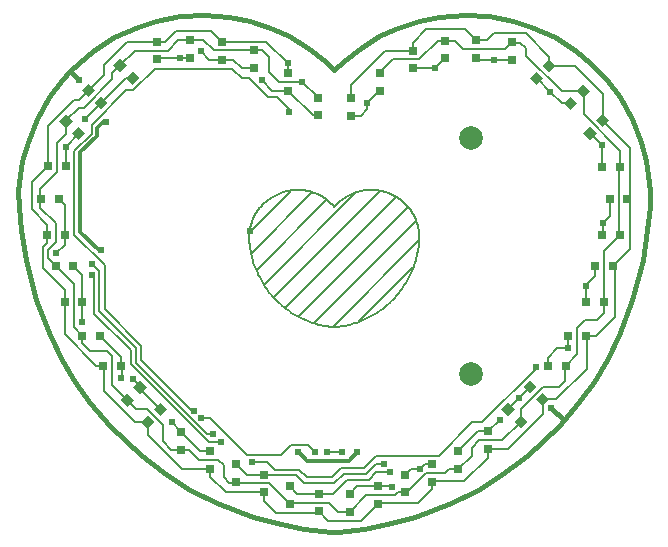
<source format=gbr>
G04 EAGLE Gerber RS-274X export*
G75*
%MOMM*%
%FSLAX34Y34*%
%LPD*%
%AMOC8*
5,1,8,0,0,1.08239X$1,22.5*%
G01*
%ADD10R,0.800000X0.800000*%
%ADD11R,0.800000X0.800000*%
%ADD12C,0.200000*%
%ADD13R,0.200000X0.200000*%
%ADD14C,2.000000*%
%ADD15C,0.609600*%
%ADD16C,0.304800*%
%ADD17C,0.406400*%


D10*
X38450Y54250D03*
X38450Y39250D03*
X93900Y81750D03*
X93900Y66750D03*
X150600Y80500D03*
X150600Y65500D03*
D11*
G36*
X210818Y33374D02*
X205162Y39030D01*
X210818Y44686D01*
X216474Y39030D01*
X210818Y33374D01*
G37*
G36*
X200212Y22768D02*
X194556Y28424D01*
X200212Y34080D01*
X205868Y28424D01*
X200212Y22768D01*
G37*
D10*
X242100Y-25100D03*
X227100Y-25100D03*
X242100Y-83050D03*
X227100Y-83050D03*
X228350Y-139750D03*
X213350Y-139750D03*
X195850Y-193950D03*
X180850Y-193950D03*
D11*
G36*
X152073Y-240846D02*
X157729Y-235190D01*
X163385Y-240846D01*
X157729Y-246502D01*
X152073Y-240846D01*
G37*
G36*
X141467Y-230240D02*
X147123Y-224584D01*
X152779Y-230240D01*
X147123Y-235896D01*
X141467Y-230240D01*
G37*
D10*
X105150Y-280850D03*
X105150Y-265850D03*
X59700Y-300850D03*
X59700Y-285850D03*
X13000Y-317100D03*
X13000Y-302100D03*
X-37450Y-310850D03*
X-37450Y-295850D03*
X-82900Y-292100D03*
X-82900Y-277100D03*
X-129600Y-264600D03*
X-129600Y-249600D03*
D11*
G36*
X-175208Y-216910D02*
X-169552Y-222566D01*
X-175208Y-228222D01*
X-180864Y-222566D01*
X-175208Y-216910D01*
G37*
G36*
X-164602Y-206304D02*
X-158946Y-211960D01*
X-164602Y-217616D01*
X-170258Y-211960D01*
X-164602Y-206304D01*
G37*
D10*
X-213300Y-168200D03*
X-198300Y-168200D03*
X-235800Y-109000D03*
X-220800Y-109000D03*
X-248300Y-52300D03*
X-233300Y-52300D03*
D11*
G36*
X-221370Y13676D02*
X-227026Y8020D01*
X-232682Y13676D01*
X-227026Y19332D01*
X-221370Y13676D01*
G37*
G36*
X-210764Y3070D02*
X-216420Y-2586D01*
X-222076Y3070D01*
X-216420Y8726D01*
X-210764Y3070D01*
G37*
G36*
X-175685Y60610D02*
X-181341Y54954D01*
X-186997Y60610D01*
X-181341Y66266D01*
X-175685Y60610D01*
G37*
G36*
X-165079Y50004D02*
X-170735Y44348D01*
X-176391Y50004D01*
X-170735Y55660D01*
X-165079Y50004D01*
G37*
D10*
X-122200Y82050D03*
X-122200Y67050D03*
X-68000Y73300D03*
X-68000Y58300D03*
X-13800Y33300D03*
X-13800Y18300D03*
X13850Y33250D03*
X13850Y18250D03*
X66800Y73250D03*
X66800Y58250D03*
X119750Y82000D03*
X119750Y67000D03*
D11*
G36*
X181858Y54669D02*
X176202Y60325D01*
X181858Y65981D01*
X187514Y60325D01*
X181858Y54669D01*
G37*
G36*
X171252Y44063D02*
X165596Y49719D01*
X171252Y55375D01*
X176908Y49719D01*
X171252Y44063D01*
G37*
G36*
X227025Y8467D02*
X221369Y14123D01*
X227025Y19779D01*
X232681Y14123D01*
X227025Y8467D01*
G37*
G36*
X216419Y-2139D02*
X210763Y3517D01*
X216419Y9173D01*
X222075Y3517D01*
X216419Y-2139D01*
G37*
D10*
X248250Y-52350D03*
X233250Y-52350D03*
X235750Y-109050D03*
X220750Y-109050D03*
X213250Y-168250D03*
X198250Y-168250D03*
D11*
G36*
X170730Y-222048D02*
X176386Y-216392D01*
X182042Y-222048D01*
X176386Y-227704D01*
X170730Y-222048D01*
G37*
G36*
X160124Y-211442D02*
X165780Y-205786D01*
X171436Y-211442D01*
X165780Y-217098D01*
X160124Y-211442D01*
G37*
D10*
X129813Y-264285D03*
X129813Y-249285D03*
X82900Y-292000D03*
X82900Y-277000D03*
X37400Y-310700D03*
X37400Y-295700D03*
X-13050Y-316950D03*
X-13050Y-301950D03*
X-59750Y-300700D03*
X-59750Y-285700D03*
X-105200Y-280700D03*
X-105200Y-265700D03*
D11*
G36*
X-157874Y-235567D02*
X-152218Y-241223D01*
X-157874Y-246879D01*
X-163530Y-241223D01*
X-157874Y-235567D01*
G37*
G36*
X-147268Y-224961D02*
X-141612Y-230617D01*
X-147268Y-236273D01*
X-152924Y-230617D01*
X-147268Y-224961D01*
G37*
D10*
X-195700Y-193900D03*
X-180700Y-193900D03*
X-228200Y-139700D03*
X-213200Y-139700D03*
X-243200Y-83000D03*
X-228200Y-83000D03*
X-242468Y-24534D03*
X-227468Y-24534D03*
D11*
G36*
X-202360Y39616D02*
X-208016Y33960D01*
X-213672Y39616D01*
X-208016Y45272D01*
X-202360Y39616D01*
G37*
G36*
X-191754Y29010D02*
X-197410Y23354D01*
X-203066Y29010D01*
X-197410Y34666D01*
X-191754Y29010D01*
G37*
D10*
X-150400Y80700D03*
X-150400Y65700D03*
X-94900Y80650D03*
X-94900Y65650D03*
X-39450Y54400D03*
X-39450Y39400D03*
D12*
X1Y-59200D02*
X-649Y-58448D01*
X-1317Y-57712D01*
X-2003Y-56993D01*
X-2706Y-56290D01*
X-3426Y-55605D01*
X-4163Y-54937D01*
X-4915Y-54288D01*
X-5683Y-53657D01*
X-6467Y-53045D01*
X-7264Y-52453D01*
X-8076Y-51879D01*
X-8902Y-51326D01*
X-9741Y-50793D01*
X-10593Y-50281D01*
X-11457Y-49789D01*
X-12332Y-49319D01*
X-13219Y-48870D01*
X-14116Y-48443D01*
X-15024Y-48038D01*
X-15941Y-47655D01*
X-16867Y-47294D01*
X-17802Y-46956D01*
X-18745Y-46641D01*
X-19695Y-46349D01*
X-20651Y-46080D01*
X-21615Y-45835D01*
X-22583Y-45613D01*
X-23557Y-45414D01*
X-24536Y-45240D01*
X-25518Y-45089D01*
X-26504Y-44962D01*
X-27493Y-44860D01*
X-28483Y-44781D01*
X-29476Y-44726D01*
X-30469Y-44696D01*
X-31463Y-44690D01*
X-32457Y-44708D01*
X-33450Y-44750D01*
X-34442Y-44816D01*
X-35431Y-44907D01*
X-36419Y-45021D01*
X-37403Y-45160D01*
X-38383Y-45322D01*
X-39360Y-45508D01*
X-40331Y-45718D01*
X-41297Y-45951D01*
X-42257Y-46208D01*
X-43211Y-46489D01*
X-44158Y-46792D01*
X-45096Y-47118D01*
X-46027Y-47467D01*
X-46949Y-47839D01*
X-47861Y-48232D01*
X-48764Y-48648D01*
X-49656Y-49086D01*
X-50538Y-49546D01*
X-51408Y-50026D01*
X-52266Y-50528D01*
X-53111Y-51050D01*
X-53944Y-51593D01*
X-54763Y-52156D01*
X-55568Y-52739D01*
X-56359Y-53341D01*
X-57135Y-53962D01*
X-57895Y-54602D01*
X-58640Y-55260D01*
X-59368Y-55936D01*
X-60080Y-56630D01*
X-60775Y-57341D01*
X-61452Y-58068D01*
X-62112Y-58812D01*
X-62753Y-59572D01*
X-63375Y-60347D01*
X-63978Y-61136D01*
X-64562Y-61941D01*
X-65126Y-62759D01*
X-65671Y-63591D01*
X-66194Y-64435D01*
X-66697Y-65293D01*
X-67179Y-66162D01*
X-67640Y-67043D01*
X-68079Y-67934D01*
X-68496Y-68836D01*
X-68892Y-69748D01*
X-69265Y-70670D01*
X-69615Y-71600D01*
X-69943Y-72538D01*
X-70247Y-73484D01*
X-70529Y-74437D01*
X-70787Y-75397D01*
X-71022Y-76363D01*
X-71234Y-77334D01*
X-71421Y-78310D01*
X-71585Y-79290D01*
X-71725Y-80274D01*
X-71841Y-81261D01*
X-71933Y-82251D01*
X-72001Y-83243D01*
X-72044Y-84236D01*
X-72064Y-85229D01*
X-72059Y-86223D01*
X-72030Y-87217D01*
X-71977Y-88209D01*
X-71900Y-89200D01*
X-1Y-59200D02*
X649Y-58448D01*
X1317Y-57712D01*
X2003Y-56993D01*
X2706Y-56290D01*
X3426Y-55605D01*
X4163Y-54937D01*
X4915Y-54288D01*
X5683Y-53657D01*
X6467Y-53045D01*
X7264Y-52453D01*
X8076Y-51879D01*
X8902Y-51326D01*
X9741Y-50793D01*
X10593Y-50281D01*
X11457Y-49789D01*
X12332Y-49319D01*
X13219Y-48870D01*
X14116Y-48443D01*
X15024Y-48038D01*
X15941Y-47655D01*
X16867Y-47294D01*
X17802Y-46956D01*
X18745Y-46641D01*
X19695Y-46349D01*
X20651Y-46080D01*
X21615Y-45835D01*
X22583Y-45613D01*
X23557Y-45414D01*
X24536Y-45240D01*
X25518Y-45089D01*
X26504Y-44962D01*
X27493Y-44860D01*
X28483Y-44781D01*
X29476Y-44726D01*
X30469Y-44696D01*
X31463Y-44690D01*
X32457Y-44708D01*
X33450Y-44750D01*
X34442Y-44816D01*
X35431Y-44907D01*
X36419Y-45021D01*
X37403Y-45160D01*
X38383Y-45322D01*
X39360Y-45508D01*
X40331Y-45718D01*
X41297Y-45951D01*
X42257Y-46208D01*
X43211Y-46489D01*
X44158Y-46792D01*
X45096Y-47118D01*
X46027Y-47467D01*
X46949Y-47839D01*
X47861Y-48232D01*
X48764Y-48648D01*
X49656Y-49086D01*
X50538Y-49546D01*
X51408Y-50026D01*
X52266Y-50528D01*
X53111Y-51050D01*
X53944Y-51593D01*
X54763Y-52156D01*
X55568Y-52739D01*
X56359Y-53341D01*
X57135Y-53962D01*
X57895Y-54602D01*
X58640Y-55260D01*
X59368Y-55936D01*
X60080Y-56630D01*
X60775Y-57341D01*
X61452Y-58068D01*
X62112Y-58812D01*
X62753Y-59572D01*
X63375Y-60347D01*
X63978Y-61136D01*
X64562Y-61941D01*
X65126Y-62759D01*
X65671Y-63591D01*
X66194Y-64435D01*
X66697Y-65293D01*
X67179Y-66162D01*
X67640Y-67043D01*
X68079Y-67934D01*
X68496Y-68836D01*
X68892Y-69748D01*
X69265Y-70670D01*
X69615Y-71600D01*
X69943Y-72538D01*
X70247Y-73484D01*
X70529Y-74437D01*
X70787Y-75397D01*
X71022Y-76363D01*
X71234Y-77334D01*
X71421Y-78310D01*
X71585Y-79290D01*
X71725Y-80274D01*
X71841Y-81261D01*
X71933Y-82251D01*
X72001Y-83243D01*
X72044Y-84236D01*
X72064Y-85229D01*
X72059Y-86223D01*
X72030Y-87217D01*
X71977Y-88209D01*
X71900Y-89200D01*
X0Y-161100D02*
X-1928Y-160907D01*
X-3850Y-160668D01*
X-5767Y-160381D01*
X-7675Y-160048D01*
X-9575Y-159667D01*
X-11465Y-159241D01*
X-13344Y-158768D01*
X-15210Y-158250D01*
X-17064Y-157685D01*
X-18903Y-157076D01*
X-20726Y-156422D01*
X-22534Y-155723D01*
X-24323Y-154980D01*
X-26094Y-154194D01*
X-27844Y-153364D01*
X-29574Y-152492D01*
X-31283Y-151578D01*
X-32968Y-150622D01*
X-34629Y-149625D01*
X-36266Y-148588D01*
X-37876Y-147511D01*
X-39460Y-146395D01*
X-41016Y-145240D01*
X-42543Y-144048D01*
X-44040Y-142818D01*
X-45507Y-141553D01*
X-46942Y-140251D01*
X-48345Y-138915D01*
X-49715Y-137545D01*
X-51051Y-136142D01*
X-52353Y-134707D01*
X-53618Y-133240D01*
X-54848Y-131743D01*
X-56040Y-130216D01*
X-57195Y-128660D01*
X-58311Y-127076D01*
X-59388Y-125466D01*
X-60425Y-123829D01*
X-61422Y-122168D01*
X-62378Y-120483D01*
X-63292Y-118774D01*
X-64164Y-117044D01*
X-64994Y-115294D01*
X-65780Y-113523D01*
X-66523Y-111734D01*
X-67222Y-109926D01*
X-67876Y-108103D01*
X-68485Y-106264D01*
X-69050Y-104410D01*
X-69568Y-102544D01*
X-70041Y-100665D01*
X-70467Y-98775D01*
X-70848Y-96875D01*
X-71181Y-94967D01*
X-71468Y-93050D01*
X-71707Y-91128D01*
X-71900Y-89200D01*
X0Y-161100D02*
X1928Y-160907D01*
X3850Y-160668D01*
X5767Y-160381D01*
X7675Y-160048D01*
X9575Y-159667D01*
X11465Y-159241D01*
X13344Y-158768D01*
X15210Y-158250D01*
X17064Y-157685D01*
X18903Y-157076D01*
X20726Y-156422D01*
X22534Y-155723D01*
X24323Y-154980D01*
X26094Y-154194D01*
X27844Y-153364D01*
X29574Y-152492D01*
X31283Y-151578D01*
X32968Y-150622D01*
X34629Y-149625D01*
X36266Y-148588D01*
X37876Y-147511D01*
X39460Y-146395D01*
X41016Y-145240D01*
X42543Y-144048D01*
X44040Y-142818D01*
X45507Y-141553D01*
X46942Y-140251D01*
X48345Y-138915D01*
X49715Y-137545D01*
X51051Y-136142D01*
X52353Y-134707D01*
X53618Y-133240D01*
X54848Y-131743D01*
X56040Y-130216D01*
X57195Y-128660D01*
X58311Y-127076D01*
X59388Y-125466D01*
X60425Y-123829D01*
X61422Y-122168D01*
X62378Y-120483D01*
X63292Y-118774D01*
X64164Y-117044D01*
X64994Y-115294D01*
X65780Y-113523D01*
X66523Y-111734D01*
X67222Y-109926D01*
X67876Y-108103D01*
X68485Y-106264D01*
X69050Y-104410D01*
X69568Y-102544D01*
X70041Y-100665D01*
X70467Y-98775D01*
X70848Y-96875D01*
X71181Y-94967D01*
X71468Y-93050D01*
X71707Y-91128D01*
X71900Y-89200D01*
X-36250Y-45500D02*
X-71250Y-80500D01*
X-70000Y-98000D02*
X-19375Y-47375D01*
X71875Y-87375D02*
X-1250Y-160500D01*
X20625Y-156125D02*
X66875Y-109875D01*
X69375Y-71125D02*
X-16875Y-157375D01*
X-30000Y-151750D02*
X62500Y-59250D01*
X51875Y-51125D02*
X-41250Y-144250D01*
X-51250Y-135500D02*
X38750Y-45500D01*
X18750Y-46750D02*
X-59375Y-124875D01*
X-65625Y-112375D02*
X-6875Y-53625D01*
D13*
X-71275Y-79625D03*
D14*
X115500Y-1000D03*
X115500Y-201000D03*
D15*
X-112500Y-238000D03*
X-16000Y-267000D03*
D12*
X-74000Y-269500D02*
X-105500Y-238000D01*
X-112500Y-238000D01*
X-74000Y-269500D02*
X-45500Y-269500D01*
X-37000Y-261000D01*
X-22000Y-261000D01*
X-16000Y-267000D01*
X38450Y54250D02*
X38450Y54700D01*
X49500Y65750D01*
X93900Y81750D02*
X102000Y81750D01*
X109250Y74500D01*
X144600Y74500D01*
X150600Y80500D01*
X162500Y75000D02*
X162500Y69000D01*
X162500Y75000D02*
X157500Y80000D01*
X151100Y80000D01*
X150600Y80500D01*
X242100Y-11600D02*
X242100Y-25100D01*
X242100Y-11600D02*
X211250Y19250D01*
X211250Y38598D01*
X228350Y-96800D02*
X228350Y-139750D01*
X228350Y-96800D02*
X242100Y-83050D01*
X228350Y-139750D02*
X228350Y-149150D01*
X222500Y-155000D01*
X212500Y-155000D01*
X205750Y-161750D01*
X205750Y-184050D01*
X195850Y-193950D01*
X13000Y-317100D02*
X3350Y-317100D01*
X-122900Y-264600D02*
X-129600Y-264600D01*
X-122900Y-264600D02*
X-114500Y-273000D01*
X-98250Y-273000D01*
X-93750Y-277500D01*
X-93750Y-287500D01*
X-88750Y-292500D01*
X-83300Y-292500D01*
X-82900Y-292100D01*
X-129600Y-264600D02*
X-137900Y-264600D01*
X-145000Y-257500D01*
X-145000Y-243750D01*
X-158750Y-230000D01*
X-213750Y-168650D02*
X-213300Y-168200D01*
X-213300Y-167950D01*
X-235800Y-72950D02*
X-248750Y-60000D01*
X-248750Y-52750D01*
X-248300Y-52300D01*
X-235000Y-30000D02*
X-235000Y-5000D01*
X-235000Y-30000D02*
X-248750Y-43750D01*
X-248750Y-51850D01*
X-248300Y-52300D01*
X-216250Y25000D02*
X-212000Y25000D01*
X-188000Y49000D01*
X-122200Y82050D02*
X-110800Y82050D01*
X-13800Y33800D02*
X-13800Y33300D01*
X-13800Y33800D02*
X-27000Y47000D01*
X-47000Y47000D01*
X-55000Y55000D01*
X-55000Y67500D01*
X93400Y81250D02*
X93900Y81750D01*
X72000Y65750D02*
X49500Y65750D01*
X72000Y65750D02*
X88000Y81750D01*
X93900Y81750D01*
X240750Y-83050D02*
X242100Y-83050D01*
X240750Y-83050D02*
X240750Y-25100D01*
X242100Y-25100D01*
X195850Y-193950D02*
X195000Y-194800D01*
X195000Y-206250D01*
X190000Y-211250D01*
X176750Y-211250D01*
X157729Y-230271D01*
D15*
X-27000Y47000D03*
D12*
X-235800Y-72950D02*
X-235800Y-88800D01*
X-242500Y-95500D01*
X-242500Y-102300D01*
X-235800Y-109000D01*
X-220500Y-161000D02*
X-213300Y-168200D01*
X-220500Y-124300D02*
X-235800Y-109000D01*
X-220500Y-124300D02*
X-220500Y-161000D01*
X-82900Y-292100D02*
X-81750Y-293250D01*
X-55050Y-293250D01*
X-37450Y-310850D01*
X-4250Y-309500D02*
X3350Y-317100D01*
X-36100Y-309500D02*
X-37450Y-310850D01*
X-36100Y-309500D02*
X-4250Y-309500D01*
X54150Y-300850D02*
X59700Y-300850D01*
X54150Y-300850D02*
X51750Y-303250D01*
X26850Y-303250D01*
X13000Y-317100D01*
X97400Y-280850D02*
X105150Y-280850D01*
X61400Y-300850D02*
X59700Y-300850D01*
X93750Y-284500D02*
X97400Y-280850D01*
X93750Y-284500D02*
X77750Y-284500D01*
X61400Y-300850D01*
X116250Y-263250D02*
X122750Y-256750D01*
X116250Y-263250D02*
X116250Y-269750D01*
X105150Y-280850D01*
X122750Y-256750D02*
X142000Y-256750D01*
X-188000Y-209500D02*
X-188000Y-185750D01*
X-192500Y-181250D01*
X-206500Y-181250D01*
X-213300Y-174450D01*
X-213300Y-168200D01*
X-167775Y-230000D02*
X-158750Y-230000D01*
X-167775Y-230000D02*
X-175208Y-222566D01*
X-175208Y-222292D02*
X-188000Y-209500D01*
X-175208Y-222292D02*
X-175208Y-222566D01*
X-235000Y-5000D02*
X-227026Y2974D01*
X-227026Y14224D02*
X-216250Y25000D01*
X-227026Y14224D02*
X-227026Y13676D01*
X-227026Y2974D01*
X-181341Y60610D02*
X-168702Y73250D01*
X-141000Y73250D01*
X-188000Y53952D02*
X-188000Y49000D01*
X-188000Y53952D02*
X-181341Y60610D01*
X142000Y-256750D02*
X157729Y-241021D01*
X157729Y-240846D01*
X157729Y-230271D01*
X157729Y-240846D02*
X157729Y-240846D01*
X192470Y39030D02*
X162500Y69000D01*
X192470Y39030D02*
X210818Y39030D01*
X210818Y39030D01*
X211250Y38598D01*
X-132200Y82050D02*
X-141000Y73250D01*
X-132200Y82050D02*
X-122200Y82050D01*
X-102050Y73300D02*
X-68000Y73300D01*
X-102050Y73300D02*
X-110800Y82050D01*
X-68000Y73300D02*
X-60800Y73300D01*
X-55000Y67500D01*
X13850Y43850D02*
X13850Y33250D01*
X110500Y91250D02*
X119750Y82000D01*
X129500Y82000D01*
X227500Y36250D02*
X227500Y14598D01*
X227025Y14123D01*
X237500Y-152500D02*
X221750Y-168250D01*
X237500Y-152500D02*
X237500Y-110800D01*
X235750Y-109050D01*
X147500Y-263750D02*
X130348Y-263750D01*
X129813Y-264285D01*
X129813Y-271437D01*
X110000Y-291250D01*
X83650Y-291250D01*
X82900Y-292000D01*
X82900Y-297850D01*
X70750Y-310000D01*
X-5000Y-325000D02*
X-13050Y-316950D01*
X-59750Y-300700D02*
X-91800Y-300700D01*
X-105000Y-287500D01*
X-105000Y-280900D01*
X-105200Y-280700D01*
X-129300Y-280700D01*
X-157500Y-252500D01*
X-195000Y-215000D02*
X-195000Y-194600D01*
X-195700Y-193900D01*
X-243200Y-83000D02*
X-243200Y-74300D01*
X-242468Y-24534D02*
X-242500Y-24502D01*
X-175550Y80700D02*
X-175346Y80700D01*
X-150400Y80700D01*
X-94900Y80650D02*
X-94300Y81250D01*
X-143050Y80700D02*
X-150400Y80700D01*
X-143050Y80700D02*
X-133750Y90000D01*
X-104250Y90000D01*
X-94900Y80650D01*
X13850Y43850D02*
X43250Y73250D01*
X66800Y73250D01*
X77500Y91250D02*
X110500Y91250D01*
X77500Y91250D02*
X66250Y80000D01*
X66250Y73800D01*
X66800Y73250D01*
X213250Y-168250D02*
X213750Y-168250D01*
X213750Y-196250D01*
X213250Y-168250D02*
X221750Y-168250D01*
D15*
X-39500Y62750D03*
D12*
X-57400Y80650D02*
X-94900Y80650D01*
X-57400Y80650D02*
X-39500Y62750D01*
X-39500Y54450D01*
X-39450Y54400D01*
X-228200Y-139700D02*
X-228000Y-139900D01*
X-195000Y52633D02*
X-195000Y61000D01*
X-175346Y80654D01*
X-175346Y80700D01*
X-59750Y-300700D02*
X-59750Y-307750D01*
X-5000Y-325000D02*
X23000Y-325000D01*
X37300Y-310700D02*
X37400Y-310700D01*
X37300Y-310700D02*
X23000Y-325000D01*
X-49500Y-318000D02*
X-59750Y-307750D01*
X-14100Y-318000D02*
X-13050Y-316950D01*
X-14100Y-318000D02*
X-49500Y-318000D01*
X-228200Y-139700D02*
X-228200Y-129800D01*
X-247000Y-111000D01*
X-247000Y-93250D01*
X-243200Y-89450D02*
X-243200Y-83000D01*
X-243200Y-89450D02*
X-247000Y-93250D01*
X-201350Y-193900D02*
X-195700Y-193900D01*
X-201350Y-193900D02*
X-228250Y-167000D01*
X-228250Y-139750D01*
X-228200Y-139700D01*
X235750Y-109050D02*
X250250Y-94550D01*
X250250Y-54350D02*
X248250Y-52350D01*
X250250Y-54350D02*
X250250Y-94550D01*
X250250Y-9101D02*
X227025Y14123D01*
X250250Y-9101D02*
X250250Y-54350D01*
X227500Y36250D02*
X203425Y60325D01*
X181858Y60325D01*
X135500Y88000D02*
X129500Y82000D01*
X135500Y88000D02*
X162000Y88000D01*
X181858Y68142D02*
X181858Y60325D01*
X181858Y68142D02*
X162000Y88000D01*
X-195000Y52633D02*
X-208016Y39616D01*
X-242468Y9032D02*
X-242468Y-24468D01*
X-220500Y31000D02*
X-216500Y31000D01*
X-208016Y39484D01*
X-208016Y39616D01*
X-220500Y31000D02*
X-242468Y9032D01*
X-256250Y-61250D02*
X-243200Y-74300D01*
X-256250Y-61250D02*
X-256250Y-38250D01*
X-242468Y-24468D01*
X-242468Y-24534D01*
X-195000Y-215000D02*
X-168777Y-241223D01*
X-157500Y-241598D02*
X-157500Y-252500D01*
X-157500Y-241598D02*
X-157874Y-241223D01*
X-168777Y-241223D01*
X187952Y-222048D02*
X213750Y-196250D01*
X187952Y-222048D02*
X176386Y-222048D01*
X176386Y-234864D02*
X147500Y-263750D01*
X176386Y-234864D02*
X176386Y-222048D01*
X70750Y-310000D02*
X38100Y-310000D01*
X37400Y-310700D01*
D15*
X6500Y-267000D03*
D12*
X-6500Y-267000D01*
D15*
X-6500Y-267000D03*
X19500Y-267000D03*
D16*
X12500Y-274000D01*
X-23000Y-274000D01*
D15*
X-30500Y-267000D03*
D16*
X-30000Y-267000D02*
X-23000Y-274000D01*
D12*
X-30000Y-267000D02*
X-30500Y-267000D01*
X38750Y38950D02*
X38450Y39250D01*
D15*
X28000Y29000D03*
D12*
X38250Y39250D02*
X38450Y39250D01*
X38250Y39250D02*
X28000Y29000D01*
X22500Y18250D02*
X13850Y18250D01*
X22500Y18250D02*
X28000Y23750D01*
X28000Y29000D01*
X66800Y58250D02*
X85250Y58250D01*
X85400Y58250D01*
X93900Y66750D01*
D15*
X85250Y58250D03*
D12*
X119750Y67000D02*
X120000Y66750D01*
X121250Y65500D02*
X135000Y65500D01*
X150600Y65500D01*
X121250Y65500D02*
X119750Y67000D01*
D15*
X135000Y65500D03*
X170500Y-194500D03*
X-69500Y-275500D03*
D12*
X-57000Y-275500D01*
X-50500Y-282000D01*
X-29500Y-282000D01*
X-23500Y-288000D01*
X-2000Y-288000D01*
X6000Y-280000D01*
X25000Y-280000D01*
X35250Y-269750D01*
X88250Y-269750D01*
X116500Y-241500D01*
X125250Y-241500D01*
X170500Y-196250D02*
X170500Y-194500D01*
X170500Y-196250D02*
X125250Y-241500D01*
D15*
X183000Y38000D03*
D12*
X192576Y28424D02*
X200212Y28424D01*
X192576Y28424D02*
X183000Y38000D01*
X182970Y38000D02*
X171252Y49719D01*
X182970Y38000D02*
X183000Y38000D01*
X227100Y-7166D02*
X227100Y-25100D01*
X227000Y-25000D02*
X227000Y-7000D01*
X227000Y-25000D02*
X227100Y-25100D01*
D15*
X227000Y-7000D03*
D12*
X226935Y-7000D02*
X216419Y3517D01*
X226935Y-7000D02*
X227000Y-7000D01*
D15*
X227500Y-72500D03*
D12*
X227500Y-82650D01*
X227100Y-83050D01*
X233250Y-66750D02*
X233250Y-52350D01*
X233250Y-66750D02*
X227500Y-72500D01*
X213350Y-125400D02*
X213350Y-125900D01*
X213350Y-139750D01*
X219800Y-110000D02*
X220750Y-109050D01*
X220750Y-110000D01*
X220750Y-118000D02*
X213350Y-125400D01*
X220750Y-118000D02*
X220750Y-109050D01*
D15*
X213350Y-125900D03*
D12*
X197500Y-167500D02*
X198250Y-168250D01*
X197750Y-168750D01*
D15*
X198000Y-178750D03*
D12*
X198000Y-168500D02*
X198250Y-168250D01*
X198000Y-168500D02*
X198000Y-178750D01*
X180850Y-186650D02*
X180850Y-193950D01*
X188750Y-178750D02*
X198000Y-178750D01*
X188750Y-178750D02*
X180850Y-186650D01*
D15*
X156750Y-221250D03*
D12*
X156112Y-221250D02*
X147123Y-230240D01*
X156112Y-221250D02*
X156750Y-221250D01*
X156112Y-221109D02*
X165780Y-211442D01*
X156112Y-221109D02*
X156112Y-221250D01*
X130000Y-249098D02*
X129813Y-249285D01*
D15*
X140000Y-239500D03*
D12*
X121715Y-249285D02*
X105150Y-265850D01*
X121715Y-249285D02*
X129813Y-249285D01*
X130402Y-249098D02*
X140000Y-239500D01*
X130402Y-249098D02*
X130000Y-249098D01*
X64550Y-281000D02*
X59700Y-285850D01*
X64550Y-281000D02*
X72500Y-281000D01*
D15*
X72500Y-281000D03*
D12*
X76500Y-277000D02*
X82900Y-277000D01*
X76500Y-277000D02*
X72500Y-281000D01*
X19400Y-295700D02*
X13000Y-302100D01*
X19400Y-295700D02*
X37400Y-295700D01*
D15*
X49000Y-296500D03*
D12*
X48300Y-295700D02*
X37400Y-295700D01*
X48300Y-295700D02*
X49000Y-296500D01*
X-31350Y-301950D02*
X-37450Y-295850D01*
X-31350Y-301950D02*
X-13050Y-301950D01*
D15*
X47000Y-283500D03*
D12*
X35500Y-283500D01*
X29000Y-290000D01*
X10500Y-290000D01*
X-1450Y-301950D01*
X-13050Y-301950D01*
D15*
X42500Y-276500D03*
D12*
X35500Y-276500D01*
X27000Y-285000D01*
X8000Y-285000D01*
X0Y-293000D01*
X-25500Y-293000D01*
X-32000Y-286500D01*
X-58950Y-286500D01*
X-59750Y-285700D01*
X-74300Y-285700D02*
X-82900Y-277100D01*
X-74300Y-285700D02*
X-59750Y-285700D01*
X-104500Y-265000D02*
X-105200Y-265700D01*
X-104650Y-266250D01*
X-113500Y-265700D02*
X-129600Y-249600D01*
X-113500Y-265700D02*
X-105200Y-265700D01*
D15*
X-137500Y-241500D03*
D12*
X-129600Y-249400D02*
X-129600Y-249600D01*
X-129600Y-249400D02*
X-137500Y-241500D01*
D15*
X-170500Y-205000D03*
D12*
X-164602Y-210898D01*
X-164602Y-211960D01*
X-164602Y-213283D02*
X-147268Y-230617D01*
X-164602Y-213283D02*
X-164602Y-211960D01*
X-179600Y-195000D02*
X-180700Y-193900D01*
X-180000Y-193200D01*
D15*
X-180299Y-204000D03*
D12*
X-179600Y-203301D02*
X-179600Y-195000D01*
X-179600Y-203301D02*
X-180299Y-204000D01*
X-180700Y-193900D02*
X-180700Y-185800D01*
X-198300Y-168200D01*
X-213200Y-139700D02*
X-213200Y-116600D01*
X-220800Y-109000D01*
X-213200Y-139700D02*
X-212950Y-139950D01*
D15*
X-213500Y-156500D03*
D12*
X-213200Y-156200D02*
X-213200Y-139700D01*
X-213200Y-156200D02*
X-213500Y-156500D01*
X-228200Y-83000D02*
X-227700Y-82500D01*
X-227700Y-57900D01*
X-233300Y-52300D01*
D15*
X-235500Y-98500D03*
D12*
X-228000Y-83200D02*
X-228200Y-83000D01*
X-228200Y-91200D01*
X-235500Y-98500D01*
D15*
X-227500Y-8000D03*
D12*
X-216430Y3070D02*
X-216420Y3070D01*
X-216430Y3070D02*
X-227500Y-8000D01*
X-227500Y-24502D02*
X-227468Y-24534D01*
X-227500Y-24502D02*
X-227500Y-8000D01*
D15*
X-211162Y15258D03*
D12*
X-197410Y29010D01*
X-176416Y50004D02*
X-170735Y50004D01*
X-176416Y50004D02*
X-197410Y29010D01*
X-150400Y65700D02*
X-149100Y67000D01*
X-122250Y67000D02*
X-122200Y67050D01*
X-122250Y67000D02*
X-130981Y67000D01*
X-149100Y67000D01*
D15*
X-130981Y67000D03*
D12*
X-78300Y58300D02*
X-68000Y58300D01*
X-94900Y65650D02*
X-105650Y65650D01*
X-112500Y72500D01*
D15*
X-112500Y72500D03*
D12*
X-94900Y65650D02*
X-85650Y65650D01*
X-78300Y58300D01*
X-39450Y39400D02*
X-18350Y18300D01*
X-13800Y18300D01*
D15*
X-61500Y48000D03*
D12*
X-52900Y39400D02*
X-39450Y39400D01*
X-52900Y39400D02*
X-61500Y48000D01*
D15*
X-38500Y21000D03*
D12*
X-151500Y58000D02*
X-170000Y39500D01*
X-205500Y10000D02*
X-205500Y3000D01*
X-220000Y-11500D01*
X-220000Y-82500D01*
X-194500Y-108000D02*
X-194500Y-145500D01*
X-163500Y-176500D01*
X-163500Y-189000D01*
X-120500Y-232000D01*
X-119000Y-232000D01*
D15*
X-119000Y-232000D03*
D12*
X-194500Y-108000D02*
X-220000Y-82500D01*
X-151500Y58000D02*
X-86500Y58000D01*
X-72500Y50000D02*
X-56500Y34000D01*
X-48500Y34000D01*
X-176000Y39500D02*
X-205500Y10000D01*
X-176000Y39500D02*
X-170000Y39500D01*
X-86500Y58000D02*
X-78500Y50000D01*
X-72500Y50000D01*
X-48500Y34000D02*
X-38500Y24000D01*
X-38500Y21000D01*
D15*
X-205000Y-107500D03*
X-103000Y-251000D03*
D12*
X-199000Y-113500D02*
X-205000Y-107500D01*
X-199000Y-113500D02*
X-199000Y-147500D01*
X-168000Y-178500D02*
X-168000Y-191000D01*
X-168000Y-178500D02*
X-199000Y-147500D01*
X-168000Y-191000D02*
X-108000Y-251000D01*
X-103000Y-251000D01*
D15*
X-205000Y-117000D03*
D12*
X-172500Y-180500D02*
X-172500Y-192250D01*
X-172500Y-180500D02*
X-203500Y-149500D01*
X-203500Y-118500D02*
X-205000Y-117000D01*
X-203500Y-118500D02*
X-203500Y-149500D01*
D15*
X-96000Y-258500D03*
D12*
X-106250Y-258500D01*
X-172500Y-192250D01*
D15*
X-71275Y-79625D03*
X-197500Y-96000D03*
D17*
X3000Y-334000D02*
X25500Y-331500D01*
X45000Y-328000D01*
X68500Y-321500D01*
X99000Y-310000D01*
X122000Y-298500D01*
X141500Y-286000D01*
X164000Y-269500D01*
X190000Y-245000D01*
X194374Y-239740D01*
X206500Y-225500D01*
X219500Y-207500D01*
X230500Y-189000D01*
X241000Y-168000D01*
X252500Y-138000D01*
X261000Y-104500D01*
X265000Y-78500D01*
X267500Y-59500D01*
X267500Y-46000D01*
X266000Y-32000D01*
X264000Y-20500D01*
X259500Y-4000D01*
X252000Y15000D01*
X241500Y34000D01*
X230500Y48000D01*
X216500Y63000D01*
X204500Y73000D01*
X186500Y84500D01*
X166500Y93500D01*
X151000Y98500D01*
X131000Y102500D01*
X110500Y103500D01*
X89000Y102000D01*
X71500Y98500D01*
X51500Y91500D01*
X38000Y85500D01*
X22500Y75500D01*
X8000Y64000D01*
X0Y57000D01*
X3000Y-334000D02*
X-3000Y-334000D01*
X-25500Y-331500D01*
X-45000Y-328000D01*
X-68500Y-321500D01*
X-99000Y-310000D01*
X-122000Y-298500D01*
X-141500Y-286000D01*
X-164000Y-269500D01*
X-190000Y-245000D01*
X-206500Y-225500D01*
X-219500Y-207500D01*
X-230500Y-189000D01*
X-241000Y-168000D01*
X-252500Y-138000D01*
X-261000Y-104500D01*
X-265000Y-78500D01*
X-267250Y-59500D01*
X-267500Y-46000D01*
X-266000Y-32000D01*
X-264000Y-20500D01*
X-259500Y-4000D01*
X-252000Y15000D01*
X-241500Y34000D01*
X-230500Y48000D01*
X-223405Y55602D01*
X-216500Y63000D01*
X-204500Y73000D01*
X-186500Y84500D01*
X-166500Y93500D01*
X-151000Y98500D01*
X-131000Y102500D01*
X-110500Y103500D01*
X-89000Y102000D01*
X-71500Y98500D01*
X-51500Y91500D01*
X-38000Y85500D01*
X-22500Y75500D01*
X-8000Y64000D01*
X0Y57000D01*
D15*
X183850Y-229496D03*
D17*
X194374Y-239740D01*
D16*
X-197500Y-96000D02*
X-199500Y-96000D01*
X-215000Y-80500D01*
X-215000Y-13000D01*
X-201000Y1000D01*
X-201000Y8000D01*
D15*
X-193000Y13000D03*
D16*
X-196000Y13000D02*
X-201000Y8000D01*
X-196000Y13000D02*
X-193000Y13000D01*
D15*
X-216000Y48500D03*
D17*
X-223405Y55602D01*
M02*

</source>
